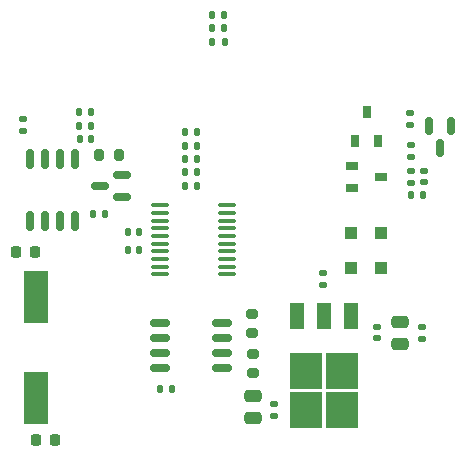
<source format=gbr>
%TF.GenerationSoftware,KiCad,Pcbnew,(6.0.11)*%
%TF.CreationDate,2024-02-10T16:43:21+09:00*%
%TF.ProjectId,Encoder,456e636f-6465-4722-9e6b-696361645f70,rev?*%
%TF.SameCoordinates,Original*%
%TF.FileFunction,Paste,Bot*%
%TF.FilePolarity,Positive*%
%FSLAX46Y46*%
G04 Gerber Fmt 4.6, Leading zero omitted, Abs format (unit mm)*
G04 Created by KiCad (PCBNEW (6.0.11)) date 2024-02-10 16:43:21*
%MOMM*%
%LPD*%
G01*
G04 APERTURE LIST*
G04 Aperture macros list*
%AMRoundRect*
0 Rectangle with rounded corners*
0 $1 Rounding radius*
0 $2 $3 $4 $5 $6 $7 $8 $9 X,Y pos of 4 corners*
0 Add a 4 corners polygon primitive as box body*
4,1,4,$2,$3,$4,$5,$6,$7,$8,$9,$2,$3,0*
0 Add four circle primitives for the rounded corners*
1,1,$1+$1,$2,$3*
1,1,$1+$1,$4,$5*
1,1,$1+$1,$6,$7*
1,1,$1+$1,$8,$9*
0 Add four rect primitives between the rounded corners*
20,1,$1+$1,$2,$3,$4,$5,0*
20,1,$1+$1,$4,$5,$6,$7,0*
20,1,$1+$1,$6,$7,$8,$9,0*
20,1,$1+$1,$8,$9,$2,$3,0*%
G04 Aperture macros list end*
%ADD10RoundRect,0.135000X0.135000X0.185000X-0.135000X0.185000X-0.135000X-0.185000X0.135000X-0.185000X0*%
%ADD11RoundRect,0.200000X0.275000X-0.200000X0.275000X0.200000X-0.275000X0.200000X-0.275000X-0.200000X0*%
%ADD12RoundRect,0.140000X0.140000X0.170000X-0.140000X0.170000X-0.140000X-0.170000X0.140000X-0.170000X0*%
%ADD13RoundRect,0.135000X0.185000X-0.135000X0.185000X0.135000X-0.185000X0.135000X-0.185000X-0.135000X0*%
%ADD14RoundRect,0.135000X-0.185000X0.135000X-0.185000X-0.135000X0.185000X-0.135000X0.185000X0.135000X0*%
%ADD15RoundRect,0.135000X-0.135000X-0.185000X0.135000X-0.185000X0.135000X0.185000X-0.135000X0.185000X0*%
%ADD16RoundRect,0.150000X0.587500X0.150000X-0.587500X0.150000X-0.587500X-0.150000X0.587500X-0.150000X0*%
%ADD17RoundRect,0.225000X0.225000X0.250000X-0.225000X0.250000X-0.225000X-0.250000X0.225000X-0.250000X0*%
%ADD18RoundRect,0.140000X-0.140000X-0.170000X0.140000X-0.170000X0.140000X0.170000X-0.140000X0.170000X0*%
%ADD19RoundRect,0.225000X-0.225000X-0.250000X0.225000X-0.250000X0.225000X0.250000X-0.225000X0.250000X0*%
%ADD20RoundRect,0.250000X-0.475000X0.250000X-0.475000X-0.250000X0.475000X-0.250000X0.475000X0.250000X0*%
%ADD21RoundRect,0.140000X-0.170000X0.140000X-0.170000X-0.140000X0.170000X-0.140000X0.170000X0.140000X0*%
%ADD22R,2.750000X3.050000*%
%ADD23R,1.200000X2.200000*%
%ADD24R,1.000000X0.700000*%
%ADD25RoundRect,0.150000X-0.675000X-0.150000X0.675000X-0.150000X0.675000X0.150000X-0.675000X0.150000X0*%
%ADD26R,0.700000X1.000000*%
%ADD27RoundRect,0.200000X0.200000X0.275000X-0.200000X0.275000X-0.200000X-0.275000X0.200000X-0.275000X0*%
%ADD28R,1.000000X1.000000*%
%ADD29RoundRect,0.200000X-0.275000X0.200000X-0.275000X-0.200000X0.275000X-0.200000X0.275000X0.200000X0*%
%ADD30R,2.000000X4.500000*%
%ADD31RoundRect,0.150000X0.150000X-0.675000X0.150000X0.675000X-0.150000X0.675000X-0.150000X-0.675000X0*%
%ADD32RoundRect,0.150000X-0.150000X0.587500X-0.150000X-0.587500X0.150000X-0.587500X0.150000X0.587500X0*%
%ADD33RoundRect,0.100000X-0.637500X-0.100000X0.637500X-0.100000X0.637500X0.100000X-0.637500X0.100000X0*%
G04 APERTURE END LIST*
D10*
%TO.C,R27*%
X141870000Y-82330000D03*
X140850000Y-82330000D03*
%TD*%
%TO.C,R29*%
X131760000Y-96870000D03*
X130740000Y-96870000D03*
%TD*%
D11*
%TO.C,R12*%
X144250000Y-110405000D03*
X144250000Y-108755000D03*
%TD*%
D12*
%TO.C,C12*%
X134640000Y-99980000D03*
X133680000Y-99980000D03*
%TD*%
D10*
%TO.C,R3*%
X139510000Y-91110000D03*
X138490000Y-91110000D03*
%TD*%
D13*
%TO.C,R2*%
X157700000Y-92100000D03*
X157700000Y-91080000D03*
%TD*%
D14*
%TO.C,R30*%
X124839999Y-88890002D03*
X124839999Y-89910002D03*
%TD*%
%TO.C,R11*%
X158610000Y-106490000D03*
X158610000Y-107510000D03*
%TD*%
%TO.C,R13*%
X150220000Y-101930000D03*
X150220000Y-102950000D03*
%TD*%
D15*
%TO.C,R31*%
X129575000Y-89450001D03*
X130595000Y-89450001D03*
%TD*%
D16*
%TO.C,Q12*%
X133197500Y-93579999D03*
X133197500Y-95479999D03*
X131322500Y-94529999D03*
%TD*%
D17*
%TO.C,C5*%
X127475000Y-116000000D03*
X125925000Y-116000000D03*
%TD*%
D18*
%TO.C,C15*%
X129600000Y-90590001D03*
X130560000Y-90590001D03*
%TD*%
D10*
%TO.C,R1*%
X139510000Y-89960000D03*
X138490000Y-89960000D03*
%TD*%
D19*
%TO.C,C6*%
X124250000Y-100100000D03*
X125800000Y-100100000D03*
%TD*%
D13*
%TO.C,R10*%
X157610000Y-89410000D03*
X157610000Y-88390000D03*
%TD*%
D14*
%TO.C,R7*%
X157690000Y-93230000D03*
X157690000Y-94250000D03*
%TD*%
D20*
%TO.C,C9*%
X144290000Y-112300000D03*
X144290000Y-114200000D03*
%TD*%
D21*
%TO.C,C3*%
X154810000Y-106440000D03*
X154810000Y-107400000D03*
%TD*%
D20*
%TO.C,C8*%
X156690000Y-106050000D03*
X156690000Y-107950000D03*
%TD*%
D22*
%TO.C,U1*%
X151785000Y-113525000D03*
X148735000Y-113525000D03*
X151785000Y-110175000D03*
X148735000Y-110175000D03*
D23*
X147980000Y-105550000D03*
X150260000Y-105550000D03*
X152540000Y-105550000D03*
%TD*%
D24*
%TO.C,Q3*%
X152700000Y-94700000D03*
X152700000Y-92800000D03*
X155100000Y-93750000D03*
%TD*%
D10*
%TO.C,R5*%
X139510000Y-92240000D03*
X138490000Y-92240000D03*
%TD*%
D21*
%TO.C,C4*%
X146080000Y-113020000D03*
X146080000Y-113980000D03*
%TD*%
D25*
%TO.C,U3*%
X136375000Y-109905000D03*
X136375000Y-108635000D03*
X136375000Y-107365000D03*
X136375000Y-106095000D03*
X141625000Y-106095000D03*
X141625000Y-107365000D03*
X141625000Y-108635000D03*
X141625000Y-109905000D03*
%TD*%
D10*
%TO.C,R24*%
X141850000Y-81180000D03*
X140830000Y-81180000D03*
%TD*%
D26*
%TO.C,Q1*%
X154850000Y-90700000D03*
X152950000Y-90700000D03*
X153900000Y-88300000D03*
%TD*%
D21*
%TO.C,C1*%
X158750000Y-93260000D03*
X158750000Y-94220000D03*
%TD*%
D27*
%TO.C,R28*%
X132930000Y-91920000D03*
X131280000Y-91920000D03*
%TD*%
D15*
%TO.C,R9*%
X157640000Y-95310000D03*
X158660000Y-95310000D03*
%TD*%
D28*
%TO.C,D2*%
X155110000Y-98490000D03*
X152610000Y-98490000D03*
%TD*%
D18*
%TO.C,C2*%
X136430000Y-111690000D03*
X137390000Y-111690000D03*
%TD*%
D10*
%TO.C,R8*%
X139510000Y-94500000D03*
X138490000Y-94500000D03*
%TD*%
D12*
%TO.C,C7*%
X134660000Y-98460000D03*
X133700000Y-98460000D03*
%TD*%
D10*
%TO.C,R4*%
X141830000Y-80040000D03*
X140810000Y-80040000D03*
%TD*%
D15*
%TO.C,R32*%
X129585000Y-88290001D03*
X130605000Y-88290001D03*
%TD*%
D29*
%TO.C,R14*%
X144200000Y-105345000D03*
X144200000Y-106995000D03*
%TD*%
D28*
%TO.C,D3*%
X155110000Y-101500000D03*
X152610000Y-101500000D03*
%TD*%
D30*
%TO.C,Y1*%
X125950000Y-103950000D03*
X125950000Y-112450000D03*
%TD*%
D31*
%TO.C,U2*%
X129180000Y-97535001D03*
X127910000Y-97535001D03*
X126640000Y-97535001D03*
X125370000Y-97535001D03*
X125370000Y-92285001D03*
X126640000Y-92285001D03*
X127910000Y-92285001D03*
X129180000Y-92285001D03*
%TD*%
D32*
%TO.C,Q2*%
X159180000Y-89462500D03*
X161080000Y-89462500D03*
X160130000Y-91337500D03*
%TD*%
D33*
%TO.C,U4*%
X136377500Y-102025000D03*
X136377500Y-101375000D03*
X136377500Y-100725000D03*
X136377500Y-100075000D03*
X136377500Y-99425000D03*
X136377500Y-98775000D03*
X136377500Y-98125000D03*
X136377500Y-97475000D03*
X136377500Y-96825000D03*
X136377500Y-96175000D03*
X142102500Y-96175000D03*
X142102500Y-96825000D03*
X142102500Y-97475000D03*
X142102500Y-98125000D03*
X142102500Y-98775000D03*
X142102500Y-99425000D03*
X142102500Y-100075000D03*
X142102500Y-100725000D03*
X142102500Y-101375000D03*
X142102500Y-102025000D03*
%TD*%
D10*
%TO.C,R6*%
X139510000Y-93370000D03*
X138490000Y-93370000D03*
%TD*%
M02*

</source>
